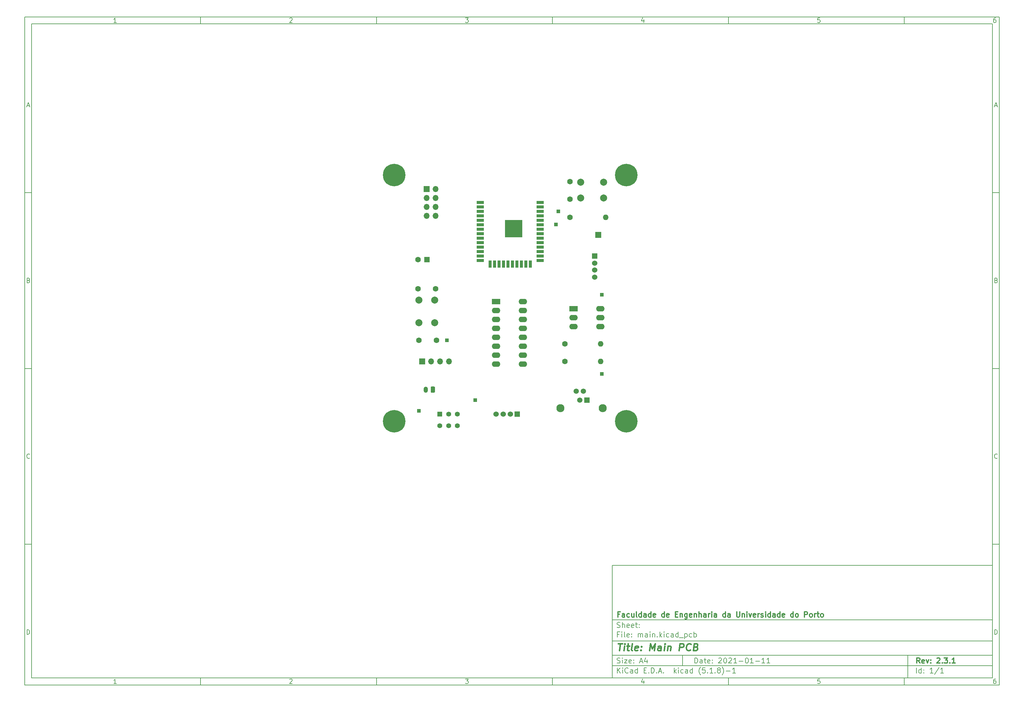
<source format=gbr>
%TF.GenerationSoftware,KiCad,Pcbnew,(5.1.8)-1*%
%TF.CreationDate,2021-01-11T16:48:45+00:00*%
%TF.ProjectId,main,6d61696e-2e6b-4696-9361-645f70636258,2.3.1*%
%TF.SameCoordinates,Original*%
%TF.FileFunction,Soldermask,Bot*%
%TF.FilePolarity,Negative*%
%FSLAX46Y46*%
G04 Gerber Fmt 4.6, Leading zero omitted, Abs format (unit mm)*
G04 Created by KiCad (PCBNEW (5.1.8)-1) date 2021-01-11 16:48:45*
%MOMM*%
%LPD*%
G01*
G04 APERTURE LIST*
%ADD10C,0.100000*%
%ADD11C,0.150000*%
%ADD12C,0.300000*%
%ADD13C,0.400000*%
%ADD14R,2.000000X0.900000*%
%ADD15R,0.900000X2.000000*%
%ADD16R,5.000000X5.000000*%
%ADD17C,1.500000*%
%ADD18C,2.300000*%
%ADD19R,1.500000X1.500000*%
%ADD20C,1.524000*%
%ADD21R,1.524000X1.524000*%
%ADD22C,6.400000*%
%ADD23O,2.400000X1.600000*%
%ADD24R,2.400000X1.600000*%
%ADD25C,2.000000*%
%ADD26O,1.600000X1.600000*%
%ADD27C,1.600000*%
%ADD28R,1.600000X1.600000*%
%ADD29R,1.000000X1.000000*%
%ADD30C,1.400000*%
%ADD31R,1.400000X1.400000*%
%ADD32O,1.700000X1.700000*%
%ADD33R,1.700000X1.700000*%
%ADD34O,1.200000X1.750000*%
G04 APERTURE END LIST*
D10*
D11*
X177002200Y-166007200D02*
X177002200Y-198007200D01*
X285002200Y-198007200D01*
X285002200Y-166007200D01*
X177002200Y-166007200D01*
D10*
D11*
X10000000Y-10000000D02*
X10000000Y-200007200D01*
X287002200Y-200007200D01*
X287002200Y-10000000D01*
X10000000Y-10000000D01*
D10*
D11*
X12000000Y-12000000D02*
X12000000Y-198007200D01*
X285002200Y-198007200D01*
X285002200Y-12000000D01*
X12000000Y-12000000D01*
D10*
D11*
X60000000Y-12000000D02*
X60000000Y-10000000D01*
D10*
D11*
X110000000Y-12000000D02*
X110000000Y-10000000D01*
D10*
D11*
X160000000Y-12000000D02*
X160000000Y-10000000D01*
D10*
D11*
X210000000Y-12000000D02*
X210000000Y-10000000D01*
D10*
D11*
X260000000Y-12000000D02*
X260000000Y-10000000D01*
D10*
D11*
X36065476Y-11588095D02*
X35322619Y-11588095D01*
X35694047Y-11588095D02*
X35694047Y-10288095D01*
X35570238Y-10473809D01*
X35446428Y-10597619D01*
X35322619Y-10659523D01*
D10*
D11*
X85322619Y-10411904D02*
X85384523Y-10350000D01*
X85508333Y-10288095D01*
X85817857Y-10288095D01*
X85941666Y-10350000D01*
X86003571Y-10411904D01*
X86065476Y-10535714D01*
X86065476Y-10659523D01*
X86003571Y-10845238D01*
X85260714Y-11588095D01*
X86065476Y-11588095D01*
D10*
D11*
X135260714Y-10288095D02*
X136065476Y-10288095D01*
X135632142Y-10783333D01*
X135817857Y-10783333D01*
X135941666Y-10845238D01*
X136003571Y-10907142D01*
X136065476Y-11030952D01*
X136065476Y-11340476D01*
X136003571Y-11464285D01*
X135941666Y-11526190D01*
X135817857Y-11588095D01*
X135446428Y-11588095D01*
X135322619Y-11526190D01*
X135260714Y-11464285D01*
D10*
D11*
X185941666Y-10721428D02*
X185941666Y-11588095D01*
X185632142Y-10226190D02*
X185322619Y-11154761D01*
X186127380Y-11154761D01*
D10*
D11*
X236003571Y-10288095D02*
X235384523Y-10288095D01*
X235322619Y-10907142D01*
X235384523Y-10845238D01*
X235508333Y-10783333D01*
X235817857Y-10783333D01*
X235941666Y-10845238D01*
X236003571Y-10907142D01*
X236065476Y-11030952D01*
X236065476Y-11340476D01*
X236003571Y-11464285D01*
X235941666Y-11526190D01*
X235817857Y-11588095D01*
X235508333Y-11588095D01*
X235384523Y-11526190D01*
X235322619Y-11464285D01*
D10*
D11*
X285941666Y-10288095D02*
X285694047Y-10288095D01*
X285570238Y-10350000D01*
X285508333Y-10411904D01*
X285384523Y-10597619D01*
X285322619Y-10845238D01*
X285322619Y-11340476D01*
X285384523Y-11464285D01*
X285446428Y-11526190D01*
X285570238Y-11588095D01*
X285817857Y-11588095D01*
X285941666Y-11526190D01*
X286003571Y-11464285D01*
X286065476Y-11340476D01*
X286065476Y-11030952D01*
X286003571Y-10907142D01*
X285941666Y-10845238D01*
X285817857Y-10783333D01*
X285570238Y-10783333D01*
X285446428Y-10845238D01*
X285384523Y-10907142D01*
X285322619Y-11030952D01*
D10*
D11*
X60000000Y-198007200D02*
X60000000Y-200007200D01*
D10*
D11*
X110000000Y-198007200D02*
X110000000Y-200007200D01*
D10*
D11*
X160000000Y-198007200D02*
X160000000Y-200007200D01*
D10*
D11*
X210000000Y-198007200D02*
X210000000Y-200007200D01*
D10*
D11*
X260000000Y-198007200D02*
X260000000Y-200007200D01*
D10*
D11*
X36065476Y-199595295D02*
X35322619Y-199595295D01*
X35694047Y-199595295D02*
X35694047Y-198295295D01*
X35570238Y-198481009D01*
X35446428Y-198604819D01*
X35322619Y-198666723D01*
D10*
D11*
X85322619Y-198419104D02*
X85384523Y-198357200D01*
X85508333Y-198295295D01*
X85817857Y-198295295D01*
X85941666Y-198357200D01*
X86003571Y-198419104D01*
X86065476Y-198542914D01*
X86065476Y-198666723D01*
X86003571Y-198852438D01*
X85260714Y-199595295D01*
X86065476Y-199595295D01*
D10*
D11*
X135260714Y-198295295D02*
X136065476Y-198295295D01*
X135632142Y-198790533D01*
X135817857Y-198790533D01*
X135941666Y-198852438D01*
X136003571Y-198914342D01*
X136065476Y-199038152D01*
X136065476Y-199347676D01*
X136003571Y-199471485D01*
X135941666Y-199533390D01*
X135817857Y-199595295D01*
X135446428Y-199595295D01*
X135322619Y-199533390D01*
X135260714Y-199471485D01*
D10*
D11*
X185941666Y-198728628D02*
X185941666Y-199595295D01*
X185632142Y-198233390D02*
X185322619Y-199161961D01*
X186127380Y-199161961D01*
D10*
D11*
X236003571Y-198295295D02*
X235384523Y-198295295D01*
X235322619Y-198914342D01*
X235384523Y-198852438D01*
X235508333Y-198790533D01*
X235817857Y-198790533D01*
X235941666Y-198852438D01*
X236003571Y-198914342D01*
X236065476Y-199038152D01*
X236065476Y-199347676D01*
X236003571Y-199471485D01*
X235941666Y-199533390D01*
X235817857Y-199595295D01*
X235508333Y-199595295D01*
X235384523Y-199533390D01*
X235322619Y-199471485D01*
D10*
D11*
X285941666Y-198295295D02*
X285694047Y-198295295D01*
X285570238Y-198357200D01*
X285508333Y-198419104D01*
X285384523Y-198604819D01*
X285322619Y-198852438D01*
X285322619Y-199347676D01*
X285384523Y-199471485D01*
X285446428Y-199533390D01*
X285570238Y-199595295D01*
X285817857Y-199595295D01*
X285941666Y-199533390D01*
X286003571Y-199471485D01*
X286065476Y-199347676D01*
X286065476Y-199038152D01*
X286003571Y-198914342D01*
X285941666Y-198852438D01*
X285817857Y-198790533D01*
X285570238Y-198790533D01*
X285446428Y-198852438D01*
X285384523Y-198914342D01*
X285322619Y-199038152D01*
D10*
D11*
X10000000Y-60000000D02*
X12000000Y-60000000D01*
D10*
D11*
X10000000Y-110000000D02*
X12000000Y-110000000D01*
D10*
D11*
X10000000Y-160000000D02*
X12000000Y-160000000D01*
D10*
D11*
X10690476Y-35216666D02*
X11309523Y-35216666D01*
X10566666Y-35588095D02*
X11000000Y-34288095D01*
X11433333Y-35588095D01*
D10*
D11*
X11092857Y-84907142D02*
X11278571Y-84969047D01*
X11340476Y-85030952D01*
X11402380Y-85154761D01*
X11402380Y-85340476D01*
X11340476Y-85464285D01*
X11278571Y-85526190D01*
X11154761Y-85588095D01*
X10659523Y-85588095D01*
X10659523Y-84288095D01*
X11092857Y-84288095D01*
X11216666Y-84350000D01*
X11278571Y-84411904D01*
X11340476Y-84535714D01*
X11340476Y-84659523D01*
X11278571Y-84783333D01*
X11216666Y-84845238D01*
X11092857Y-84907142D01*
X10659523Y-84907142D01*
D10*
D11*
X11402380Y-135464285D02*
X11340476Y-135526190D01*
X11154761Y-135588095D01*
X11030952Y-135588095D01*
X10845238Y-135526190D01*
X10721428Y-135402380D01*
X10659523Y-135278571D01*
X10597619Y-135030952D01*
X10597619Y-134845238D01*
X10659523Y-134597619D01*
X10721428Y-134473809D01*
X10845238Y-134350000D01*
X11030952Y-134288095D01*
X11154761Y-134288095D01*
X11340476Y-134350000D01*
X11402380Y-134411904D01*
D10*
D11*
X10659523Y-185588095D02*
X10659523Y-184288095D01*
X10969047Y-184288095D01*
X11154761Y-184350000D01*
X11278571Y-184473809D01*
X11340476Y-184597619D01*
X11402380Y-184845238D01*
X11402380Y-185030952D01*
X11340476Y-185278571D01*
X11278571Y-185402380D01*
X11154761Y-185526190D01*
X10969047Y-185588095D01*
X10659523Y-185588095D01*
D10*
D11*
X287002200Y-60000000D02*
X285002200Y-60000000D01*
D10*
D11*
X287002200Y-110000000D02*
X285002200Y-110000000D01*
D10*
D11*
X287002200Y-160000000D02*
X285002200Y-160000000D01*
D10*
D11*
X285692676Y-35216666D02*
X286311723Y-35216666D01*
X285568866Y-35588095D02*
X286002200Y-34288095D01*
X286435533Y-35588095D01*
D10*
D11*
X286095057Y-84907142D02*
X286280771Y-84969047D01*
X286342676Y-85030952D01*
X286404580Y-85154761D01*
X286404580Y-85340476D01*
X286342676Y-85464285D01*
X286280771Y-85526190D01*
X286156961Y-85588095D01*
X285661723Y-85588095D01*
X285661723Y-84288095D01*
X286095057Y-84288095D01*
X286218866Y-84350000D01*
X286280771Y-84411904D01*
X286342676Y-84535714D01*
X286342676Y-84659523D01*
X286280771Y-84783333D01*
X286218866Y-84845238D01*
X286095057Y-84907142D01*
X285661723Y-84907142D01*
D10*
D11*
X286404580Y-135464285D02*
X286342676Y-135526190D01*
X286156961Y-135588095D01*
X286033152Y-135588095D01*
X285847438Y-135526190D01*
X285723628Y-135402380D01*
X285661723Y-135278571D01*
X285599819Y-135030952D01*
X285599819Y-134845238D01*
X285661723Y-134597619D01*
X285723628Y-134473809D01*
X285847438Y-134350000D01*
X286033152Y-134288095D01*
X286156961Y-134288095D01*
X286342676Y-134350000D01*
X286404580Y-134411904D01*
D10*
D11*
X285661723Y-185588095D02*
X285661723Y-184288095D01*
X285971247Y-184288095D01*
X286156961Y-184350000D01*
X286280771Y-184473809D01*
X286342676Y-184597619D01*
X286404580Y-184845238D01*
X286404580Y-185030952D01*
X286342676Y-185278571D01*
X286280771Y-185402380D01*
X286156961Y-185526190D01*
X285971247Y-185588095D01*
X285661723Y-185588095D01*
D10*
D11*
X200434342Y-193785771D02*
X200434342Y-192285771D01*
X200791485Y-192285771D01*
X201005771Y-192357200D01*
X201148628Y-192500057D01*
X201220057Y-192642914D01*
X201291485Y-192928628D01*
X201291485Y-193142914D01*
X201220057Y-193428628D01*
X201148628Y-193571485D01*
X201005771Y-193714342D01*
X200791485Y-193785771D01*
X200434342Y-193785771D01*
X202577200Y-193785771D02*
X202577200Y-193000057D01*
X202505771Y-192857200D01*
X202362914Y-192785771D01*
X202077200Y-192785771D01*
X201934342Y-192857200D01*
X202577200Y-193714342D02*
X202434342Y-193785771D01*
X202077200Y-193785771D01*
X201934342Y-193714342D01*
X201862914Y-193571485D01*
X201862914Y-193428628D01*
X201934342Y-193285771D01*
X202077200Y-193214342D01*
X202434342Y-193214342D01*
X202577200Y-193142914D01*
X203077200Y-192785771D02*
X203648628Y-192785771D01*
X203291485Y-192285771D02*
X203291485Y-193571485D01*
X203362914Y-193714342D01*
X203505771Y-193785771D01*
X203648628Y-193785771D01*
X204720057Y-193714342D02*
X204577200Y-193785771D01*
X204291485Y-193785771D01*
X204148628Y-193714342D01*
X204077200Y-193571485D01*
X204077200Y-193000057D01*
X204148628Y-192857200D01*
X204291485Y-192785771D01*
X204577200Y-192785771D01*
X204720057Y-192857200D01*
X204791485Y-193000057D01*
X204791485Y-193142914D01*
X204077200Y-193285771D01*
X205434342Y-193642914D02*
X205505771Y-193714342D01*
X205434342Y-193785771D01*
X205362914Y-193714342D01*
X205434342Y-193642914D01*
X205434342Y-193785771D01*
X205434342Y-192857200D02*
X205505771Y-192928628D01*
X205434342Y-193000057D01*
X205362914Y-192928628D01*
X205434342Y-192857200D01*
X205434342Y-193000057D01*
X207220057Y-192428628D02*
X207291485Y-192357200D01*
X207434342Y-192285771D01*
X207791485Y-192285771D01*
X207934342Y-192357200D01*
X208005771Y-192428628D01*
X208077200Y-192571485D01*
X208077200Y-192714342D01*
X208005771Y-192928628D01*
X207148628Y-193785771D01*
X208077200Y-193785771D01*
X209005771Y-192285771D02*
X209148628Y-192285771D01*
X209291485Y-192357200D01*
X209362914Y-192428628D01*
X209434342Y-192571485D01*
X209505771Y-192857200D01*
X209505771Y-193214342D01*
X209434342Y-193500057D01*
X209362914Y-193642914D01*
X209291485Y-193714342D01*
X209148628Y-193785771D01*
X209005771Y-193785771D01*
X208862914Y-193714342D01*
X208791485Y-193642914D01*
X208720057Y-193500057D01*
X208648628Y-193214342D01*
X208648628Y-192857200D01*
X208720057Y-192571485D01*
X208791485Y-192428628D01*
X208862914Y-192357200D01*
X209005771Y-192285771D01*
X210077200Y-192428628D02*
X210148628Y-192357200D01*
X210291485Y-192285771D01*
X210648628Y-192285771D01*
X210791485Y-192357200D01*
X210862914Y-192428628D01*
X210934342Y-192571485D01*
X210934342Y-192714342D01*
X210862914Y-192928628D01*
X210005771Y-193785771D01*
X210934342Y-193785771D01*
X212362914Y-193785771D02*
X211505771Y-193785771D01*
X211934342Y-193785771D02*
X211934342Y-192285771D01*
X211791485Y-192500057D01*
X211648628Y-192642914D01*
X211505771Y-192714342D01*
X213005771Y-193214342D02*
X214148628Y-193214342D01*
X215148628Y-192285771D02*
X215291485Y-192285771D01*
X215434342Y-192357200D01*
X215505771Y-192428628D01*
X215577200Y-192571485D01*
X215648628Y-192857200D01*
X215648628Y-193214342D01*
X215577200Y-193500057D01*
X215505771Y-193642914D01*
X215434342Y-193714342D01*
X215291485Y-193785771D01*
X215148628Y-193785771D01*
X215005771Y-193714342D01*
X214934342Y-193642914D01*
X214862914Y-193500057D01*
X214791485Y-193214342D01*
X214791485Y-192857200D01*
X214862914Y-192571485D01*
X214934342Y-192428628D01*
X215005771Y-192357200D01*
X215148628Y-192285771D01*
X217077200Y-193785771D02*
X216220057Y-193785771D01*
X216648628Y-193785771D02*
X216648628Y-192285771D01*
X216505771Y-192500057D01*
X216362914Y-192642914D01*
X216220057Y-192714342D01*
X217720057Y-193214342D02*
X218862914Y-193214342D01*
X220362914Y-193785771D02*
X219505771Y-193785771D01*
X219934342Y-193785771D02*
X219934342Y-192285771D01*
X219791485Y-192500057D01*
X219648628Y-192642914D01*
X219505771Y-192714342D01*
X221791485Y-193785771D02*
X220934342Y-193785771D01*
X221362914Y-193785771D02*
X221362914Y-192285771D01*
X221220057Y-192500057D01*
X221077200Y-192642914D01*
X220934342Y-192714342D01*
D10*
D11*
X177002200Y-194507200D02*
X285002200Y-194507200D01*
D10*
D11*
X178434342Y-196585771D02*
X178434342Y-195085771D01*
X179291485Y-196585771D02*
X178648628Y-195728628D01*
X179291485Y-195085771D02*
X178434342Y-195942914D01*
X179934342Y-196585771D02*
X179934342Y-195585771D01*
X179934342Y-195085771D02*
X179862914Y-195157200D01*
X179934342Y-195228628D01*
X180005771Y-195157200D01*
X179934342Y-195085771D01*
X179934342Y-195228628D01*
X181505771Y-196442914D02*
X181434342Y-196514342D01*
X181220057Y-196585771D01*
X181077200Y-196585771D01*
X180862914Y-196514342D01*
X180720057Y-196371485D01*
X180648628Y-196228628D01*
X180577200Y-195942914D01*
X180577200Y-195728628D01*
X180648628Y-195442914D01*
X180720057Y-195300057D01*
X180862914Y-195157200D01*
X181077200Y-195085771D01*
X181220057Y-195085771D01*
X181434342Y-195157200D01*
X181505771Y-195228628D01*
X182791485Y-196585771D02*
X182791485Y-195800057D01*
X182720057Y-195657200D01*
X182577200Y-195585771D01*
X182291485Y-195585771D01*
X182148628Y-195657200D01*
X182791485Y-196514342D02*
X182648628Y-196585771D01*
X182291485Y-196585771D01*
X182148628Y-196514342D01*
X182077200Y-196371485D01*
X182077200Y-196228628D01*
X182148628Y-196085771D01*
X182291485Y-196014342D01*
X182648628Y-196014342D01*
X182791485Y-195942914D01*
X184148628Y-196585771D02*
X184148628Y-195085771D01*
X184148628Y-196514342D02*
X184005771Y-196585771D01*
X183720057Y-196585771D01*
X183577200Y-196514342D01*
X183505771Y-196442914D01*
X183434342Y-196300057D01*
X183434342Y-195871485D01*
X183505771Y-195728628D01*
X183577200Y-195657200D01*
X183720057Y-195585771D01*
X184005771Y-195585771D01*
X184148628Y-195657200D01*
X186005771Y-195800057D02*
X186505771Y-195800057D01*
X186720057Y-196585771D02*
X186005771Y-196585771D01*
X186005771Y-195085771D01*
X186720057Y-195085771D01*
X187362914Y-196442914D02*
X187434342Y-196514342D01*
X187362914Y-196585771D01*
X187291485Y-196514342D01*
X187362914Y-196442914D01*
X187362914Y-196585771D01*
X188077200Y-196585771D02*
X188077200Y-195085771D01*
X188434342Y-195085771D01*
X188648628Y-195157200D01*
X188791485Y-195300057D01*
X188862914Y-195442914D01*
X188934342Y-195728628D01*
X188934342Y-195942914D01*
X188862914Y-196228628D01*
X188791485Y-196371485D01*
X188648628Y-196514342D01*
X188434342Y-196585771D01*
X188077200Y-196585771D01*
X189577200Y-196442914D02*
X189648628Y-196514342D01*
X189577200Y-196585771D01*
X189505771Y-196514342D01*
X189577200Y-196442914D01*
X189577200Y-196585771D01*
X190220057Y-196157200D02*
X190934342Y-196157200D01*
X190077200Y-196585771D02*
X190577200Y-195085771D01*
X191077200Y-196585771D01*
X191577200Y-196442914D02*
X191648628Y-196514342D01*
X191577200Y-196585771D01*
X191505771Y-196514342D01*
X191577200Y-196442914D01*
X191577200Y-196585771D01*
X194577200Y-196585771D02*
X194577200Y-195085771D01*
X194720057Y-196014342D02*
X195148628Y-196585771D01*
X195148628Y-195585771D02*
X194577200Y-196157200D01*
X195791485Y-196585771D02*
X195791485Y-195585771D01*
X195791485Y-195085771D02*
X195720057Y-195157200D01*
X195791485Y-195228628D01*
X195862914Y-195157200D01*
X195791485Y-195085771D01*
X195791485Y-195228628D01*
X197148628Y-196514342D02*
X197005771Y-196585771D01*
X196720057Y-196585771D01*
X196577200Y-196514342D01*
X196505771Y-196442914D01*
X196434342Y-196300057D01*
X196434342Y-195871485D01*
X196505771Y-195728628D01*
X196577200Y-195657200D01*
X196720057Y-195585771D01*
X197005771Y-195585771D01*
X197148628Y-195657200D01*
X198434342Y-196585771D02*
X198434342Y-195800057D01*
X198362914Y-195657200D01*
X198220057Y-195585771D01*
X197934342Y-195585771D01*
X197791485Y-195657200D01*
X198434342Y-196514342D02*
X198291485Y-196585771D01*
X197934342Y-196585771D01*
X197791485Y-196514342D01*
X197720057Y-196371485D01*
X197720057Y-196228628D01*
X197791485Y-196085771D01*
X197934342Y-196014342D01*
X198291485Y-196014342D01*
X198434342Y-195942914D01*
X199791485Y-196585771D02*
X199791485Y-195085771D01*
X199791485Y-196514342D02*
X199648628Y-196585771D01*
X199362914Y-196585771D01*
X199220057Y-196514342D01*
X199148628Y-196442914D01*
X199077200Y-196300057D01*
X199077200Y-195871485D01*
X199148628Y-195728628D01*
X199220057Y-195657200D01*
X199362914Y-195585771D01*
X199648628Y-195585771D01*
X199791485Y-195657200D01*
X202077200Y-197157200D02*
X202005771Y-197085771D01*
X201862914Y-196871485D01*
X201791485Y-196728628D01*
X201720057Y-196514342D01*
X201648628Y-196157200D01*
X201648628Y-195871485D01*
X201720057Y-195514342D01*
X201791485Y-195300057D01*
X201862914Y-195157200D01*
X202005771Y-194942914D01*
X202077200Y-194871485D01*
X203362914Y-195085771D02*
X202648628Y-195085771D01*
X202577200Y-195800057D01*
X202648628Y-195728628D01*
X202791485Y-195657200D01*
X203148628Y-195657200D01*
X203291485Y-195728628D01*
X203362914Y-195800057D01*
X203434342Y-195942914D01*
X203434342Y-196300057D01*
X203362914Y-196442914D01*
X203291485Y-196514342D01*
X203148628Y-196585771D01*
X202791485Y-196585771D01*
X202648628Y-196514342D01*
X202577200Y-196442914D01*
X204077200Y-196442914D02*
X204148628Y-196514342D01*
X204077200Y-196585771D01*
X204005771Y-196514342D01*
X204077200Y-196442914D01*
X204077200Y-196585771D01*
X205577200Y-196585771D02*
X204720057Y-196585771D01*
X205148628Y-196585771D02*
X205148628Y-195085771D01*
X205005771Y-195300057D01*
X204862914Y-195442914D01*
X204720057Y-195514342D01*
X206220057Y-196442914D02*
X206291485Y-196514342D01*
X206220057Y-196585771D01*
X206148628Y-196514342D01*
X206220057Y-196442914D01*
X206220057Y-196585771D01*
X207148628Y-195728628D02*
X207005771Y-195657200D01*
X206934342Y-195585771D01*
X206862914Y-195442914D01*
X206862914Y-195371485D01*
X206934342Y-195228628D01*
X207005771Y-195157200D01*
X207148628Y-195085771D01*
X207434342Y-195085771D01*
X207577200Y-195157200D01*
X207648628Y-195228628D01*
X207720057Y-195371485D01*
X207720057Y-195442914D01*
X207648628Y-195585771D01*
X207577200Y-195657200D01*
X207434342Y-195728628D01*
X207148628Y-195728628D01*
X207005771Y-195800057D01*
X206934342Y-195871485D01*
X206862914Y-196014342D01*
X206862914Y-196300057D01*
X206934342Y-196442914D01*
X207005771Y-196514342D01*
X207148628Y-196585771D01*
X207434342Y-196585771D01*
X207577200Y-196514342D01*
X207648628Y-196442914D01*
X207720057Y-196300057D01*
X207720057Y-196014342D01*
X207648628Y-195871485D01*
X207577200Y-195800057D01*
X207434342Y-195728628D01*
X208220057Y-197157200D02*
X208291485Y-197085771D01*
X208434342Y-196871485D01*
X208505771Y-196728628D01*
X208577200Y-196514342D01*
X208648628Y-196157200D01*
X208648628Y-195871485D01*
X208577200Y-195514342D01*
X208505771Y-195300057D01*
X208434342Y-195157200D01*
X208291485Y-194942914D01*
X208220057Y-194871485D01*
X209362914Y-196014342D02*
X210505771Y-196014342D01*
X212005771Y-196585771D02*
X211148628Y-196585771D01*
X211577200Y-196585771D02*
X211577200Y-195085771D01*
X211434342Y-195300057D01*
X211291485Y-195442914D01*
X211148628Y-195514342D01*
D10*
D11*
X177002200Y-191507200D02*
X285002200Y-191507200D01*
D10*
D12*
X264411485Y-193785771D02*
X263911485Y-193071485D01*
X263554342Y-193785771D02*
X263554342Y-192285771D01*
X264125771Y-192285771D01*
X264268628Y-192357200D01*
X264340057Y-192428628D01*
X264411485Y-192571485D01*
X264411485Y-192785771D01*
X264340057Y-192928628D01*
X264268628Y-193000057D01*
X264125771Y-193071485D01*
X263554342Y-193071485D01*
X265625771Y-193714342D02*
X265482914Y-193785771D01*
X265197200Y-193785771D01*
X265054342Y-193714342D01*
X264982914Y-193571485D01*
X264982914Y-193000057D01*
X265054342Y-192857200D01*
X265197200Y-192785771D01*
X265482914Y-192785771D01*
X265625771Y-192857200D01*
X265697200Y-193000057D01*
X265697200Y-193142914D01*
X264982914Y-193285771D01*
X266197200Y-192785771D02*
X266554342Y-193785771D01*
X266911485Y-192785771D01*
X267482914Y-193642914D02*
X267554342Y-193714342D01*
X267482914Y-193785771D01*
X267411485Y-193714342D01*
X267482914Y-193642914D01*
X267482914Y-193785771D01*
X267482914Y-192857200D02*
X267554342Y-192928628D01*
X267482914Y-193000057D01*
X267411485Y-192928628D01*
X267482914Y-192857200D01*
X267482914Y-193000057D01*
X269268628Y-192428628D02*
X269340057Y-192357200D01*
X269482914Y-192285771D01*
X269840057Y-192285771D01*
X269982914Y-192357200D01*
X270054342Y-192428628D01*
X270125771Y-192571485D01*
X270125771Y-192714342D01*
X270054342Y-192928628D01*
X269197200Y-193785771D01*
X270125771Y-193785771D01*
X270768628Y-193642914D02*
X270840057Y-193714342D01*
X270768628Y-193785771D01*
X270697200Y-193714342D01*
X270768628Y-193642914D01*
X270768628Y-193785771D01*
X271340057Y-192285771D02*
X272268628Y-192285771D01*
X271768628Y-192857200D01*
X271982914Y-192857200D01*
X272125771Y-192928628D01*
X272197200Y-193000057D01*
X272268628Y-193142914D01*
X272268628Y-193500057D01*
X272197200Y-193642914D01*
X272125771Y-193714342D01*
X271982914Y-193785771D01*
X271554342Y-193785771D01*
X271411485Y-193714342D01*
X271340057Y-193642914D01*
X272911485Y-193642914D02*
X272982914Y-193714342D01*
X272911485Y-193785771D01*
X272840057Y-193714342D01*
X272911485Y-193642914D01*
X272911485Y-193785771D01*
X274411485Y-193785771D02*
X273554342Y-193785771D01*
X273982914Y-193785771D02*
X273982914Y-192285771D01*
X273840057Y-192500057D01*
X273697200Y-192642914D01*
X273554342Y-192714342D01*
D10*
D11*
X178362914Y-193714342D02*
X178577200Y-193785771D01*
X178934342Y-193785771D01*
X179077200Y-193714342D01*
X179148628Y-193642914D01*
X179220057Y-193500057D01*
X179220057Y-193357200D01*
X179148628Y-193214342D01*
X179077200Y-193142914D01*
X178934342Y-193071485D01*
X178648628Y-193000057D01*
X178505771Y-192928628D01*
X178434342Y-192857200D01*
X178362914Y-192714342D01*
X178362914Y-192571485D01*
X178434342Y-192428628D01*
X178505771Y-192357200D01*
X178648628Y-192285771D01*
X179005771Y-192285771D01*
X179220057Y-192357200D01*
X179862914Y-193785771D02*
X179862914Y-192785771D01*
X179862914Y-192285771D02*
X179791485Y-192357200D01*
X179862914Y-192428628D01*
X179934342Y-192357200D01*
X179862914Y-192285771D01*
X179862914Y-192428628D01*
X180434342Y-192785771D02*
X181220057Y-192785771D01*
X180434342Y-193785771D01*
X181220057Y-193785771D01*
X182362914Y-193714342D02*
X182220057Y-193785771D01*
X181934342Y-193785771D01*
X181791485Y-193714342D01*
X181720057Y-193571485D01*
X181720057Y-193000057D01*
X181791485Y-192857200D01*
X181934342Y-192785771D01*
X182220057Y-192785771D01*
X182362914Y-192857200D01*
X182434342Y-193000057D01*
X182434342Y-193142914D01*
X181720057Y-193285771D01*
X183077200Y-193642914D02*
X183148628Y-193714342D01*
X183077200Y-193785771D01*
X183005771Y-193714342D01*
X183077200Y-193642914D01*
X183077200Y-193785771D01*
X183077200Y-192857200D02*
X183148628Y-192928628D01*
X183077200Y-193000057D01*
X183005771Y-192928628D01*
X183077200Y-192857200D01*
X183077200Y-193000057D01*
X184862914Y-193357200D02*
X185577200Y-193357200D01*
X184720057Y-193785771D02*
X185220057Y-192285771D01*
X185720057Y-193785771D01*
X186862914Y-192785771D02*
X186862914Y-193785771D01*
X186505771Y-192214342D02*
X186148628Y-193285771D01*
X187077200Y-193285771D01*
D10*
D11*
X263434342Y-196585771D02*
X263434342Y-195085771D01*
X264791485Y-196585771D02*
X264791485Y-195085771D01*
X264791485Y-196514342D02*
X264648628Y-196585771D01*
X264362914Y-196585771D01*
X264220057Y-196514342D01*
X264148628Y-196442914D01*
X264077200Y-196300057D01*
X264077200Y-195871485D01*
X264148628Y-195728628D01*
X264220057Y-195657200D01*
X264362914Y-195585771D01*
X264648628Y-195585771D01*
X264791485Y-195657200D01*
X265505771Y-196442914D02*
X265577200Y-196514342D01*
X265505771Y-196585771D01*
X265434342Y-196514342D01*
X265505771Y-196442914D01*
X265505771Y-196585771D01*
X265505771Y-195657200D02*
X265577200Y-195728628D01*
X265505771Y-195800057D01*
X265434342Y-195728628D01*
X265505771Y-195657200D01*
X265505771Y-195800057D01*
X268148628Y-196585771D02*
X267291485Y-196585771D01*
X267720057Y-196585771D02*
X267720057Y-195085771D01*
X267577200Y-195300057D01*
X267434342Y-195442914D01*
X267291485Y-195514342D01*
X269862914Y-195014342D02*
X268577200Y-196942914D01*
X271148628Y-196585771D02*
X270291485Y-196585771D01*
X270720057Y-196585771D02*
X270720057Y-195085771D01*
X270577200Y-195300057D01*
X270434342Y-195442914D01*
X270291485Y-195514342D01*
D10*
D11*
X177002200Y-187507200D02*
X285002200Y-187507200D01*
D10*
D13*
X178714580Y-188211961D02*
X179857438Y-188211961D01*
X179036009Y-190211961D02*
X179286009Y-188211961D01*
X180274104Y-190211961D02*
X180440771Y-188878628D01*
X180524104Y-188211961D02*
X180416961Y-188307200D01*
X180500295Y-188402438D01*
X180607438Y-188307200D01*
X180524104Y-188211961D01*
X180500295Y-188402438D01*
X181107438Y-188878628D02*
X181869342Y-188878628D01*
X181476485Y-188211961D02*
X181262200Y-189926247D01*
X181333628Y-190116723D01*
X181512200Y-190211961D01*
X181702676Y-190211961D01*
X182655057Y-190211961D02*
X182476485Y-190116723D01*
X182405057Y-189926247D01*
X182619342Y-188211961D01*
X184190771Y-190116723D02*
X183988390Y-190211961D01*
X183607438Y-190211961D01*
X183428866Y-190116723D01*
X183357438Y-189926247D01*
X183452676Y-189164342D01*
X183571723Y-188973866D01*
X183774104Y-188878628D01*
X184155057Y-188878628D01*
X184333628Y-188973866D01*
X184405057Y-189164342D01*
X184381247Y-189354819D01*
X183405057Y-189545295D01*
X185155057Y-190021485D02*
X185238390Y-190116723D01*
X185131247Y-190211961D01*
X185047914Y-190116723D01*
X185155057Y-190021485D01*
X185131247Y-190211961D01*
X185286009Y-188973866D02*
X185369342Y-189069104D01*
X185262200Y-189164342D01*
X185178866Y-189069104D01*
X185286009Y-188973866D01*
X185262200Y-189164342D01*
X187607438Y-190211961D02*
X187857438Y-188211961D01*
X188345533Y-189640533D01*
X189190771Y-188211961D01*
X188940771Y-190211961D01*
X190750295Y-190211961D02*
X190881247Y-189164342D01*
X190809819Y-188973866D01*
X190631247Y-188878628D01*
X190250295Y-188878628D01*
X190047914Y-188973866D01*
X190762200Y-190116723D02*
X190559819Y-190211961D01*
X190083628Y-190211961D01*
X189905057Y-190116723D01*
X189833628Y-189926247D01*
X189857438Y-189735771D01*
X189976485Y-189545295D01*
X190178866Y-189450057D01*
X190655057Y-189450057D01*
X190857438Y-189354819D01*
X191702676Y-190211961D02*
X191869342Y-188878628D01*
X191952676Y-188211961D02*
X191845533Y-188307200D01*
X191928866Y-188402438D01*
X192036009Y-188307200D01*
X191952676Y-188211961D01*
X191928866Y-188402438D01*
X192821723Y-188878628D02*
X192655057Y-190211961D01*
X192797914Y-189069104D02*
X192905057Y-188973866D01*
X193107438Y-188878628D01*
X193393152Y-188878628D01*
X193571723Y-188973866D01*
X193643152Y-189164342D01*
X193512200Y-190211961D01*
X195988390Y-190211961D02*
X196238390Y-188211961D01*
X197000295Y-188211961D01*
X197178866Y-188307200D01*
X197262200Y-188402438D01*
X197333628Y-188592914D01*
X197297914Y-188878628D01*
X197178866Y-189069104D01*
X197071723Y-189164342D01*
X196869342Y-189259580D01*
X196107438Y-189259580D01*
X199155057Y-190021485D02*
X199047914Y-190116723D01*
X198750295Y-190211961D01*
X198559819Y-190211961D01*
X198286009Y-190116723D01*
X198119342Y-189926247D01*
X198047914Y-189735771D01*
X198000295Y-189354819D01*
X198036009Y-189069104D01*
X198178866Y-188688152D01*
X198297914Y-188497676D01*
X198512200Y-188307200D01*
X198809819Y-188211961D01*
X199000295Y-188211961D01*
X199274104Y-188307200D01*
X199357438Y-188402438D01*
X200786009Y-189164342D02*
X201059819Y-189259580D01*
X201143152Y-189354819D01*
X201214580Y-189545295D01*
X201178866Y-189831009D01*
X201059819Y-190021485D01*
X200952676Y-190116723D01*
X200750295Y-190211961D01*
X199988390Y-190211961D01*
X200238390Y-188211961D01*
X200905057Y-188211961D01*
X201083628Y-188307200D01*
X201166961Y-188402438D01*
X201238390Y-188592914D01*
X201214580Y-188783390D01*
X201095533Y-188973866D01*
X200988390Y-189069104D01*
X200786009Y-189164342D01*
X200119342Y-189164342D01*
D10*
D11*
X178934342Y-185600057D02*
X178434342Y-185600057D01*
X178434342Y-186385771D02*
X178434342Y-184885771D01*
X179148628Y-184885771D01*
X179720057Y-186385771D02*
X179720057Y-185385771D01*
X179720057Y-184885771D02*
X179648628Y-184957200D01*
X179720057Y-185028628D01*
X179791485Y-184957200D01*
X179720057Y-184885771D01*
X179720057Y-185028628D01*
X180648628Y-186385771D02*
X180505771Y-186314342D01*
X180434342Y-186171485D01*
X180434342Y-184885771D01*
X181791485Y-186314342D02*
X181648628Y-186385771D01*
X181362914Y-186385771D01*
X181220057Y-186314342D01*
X181148628Y-186171485D01*
X181148628Y-185600057D01*
X181220057Y-185457200D01*
X181362914Y-185385771D01*
X181648628Y-185385771D01*
X181791485Y-185457200D01*
X181862914Y-185600057D01*
X181862914Y-185742914D01*
X181148628Y-185885771D01*
X182505771Y-186242914D02*
X182577200Y-186314342D01*
X182505771Y-186385771D01*
X182434342Y-186314342D01*
X182505771Y-186242914D01*
X182505771Y-186385771D01*
X182505771Y-185457200D02*
X182577200Y-185528628D01*
X182505771Y-185600057D01*
X182434342Y-185528628D01*
X182505771Y-185457200D01*
X182505771Y-185600057D01*
X184362914Y-186385771D02*
X184362914Y-185385771D01*
X184362914Y-185528628D02*
X184434342Y-185457200D01*
X184577200Y-185385771D01*
X184791485Y-185385771D01*
X184934342Y-185457200D01*
X185005771Y-185600057D01*
X185005771Y-186385771D01*
X185005771Y-185600057D02*
X185077200Y-185457200D01*
X185220057Y-185385771D01*
X185434342Y-185385771D01*
X185577200Y-185457200D01*
X185648628Y-185600057D01*
X185648628Y-186385771D01*
X187005771Y-186385771D02*
X187005771Y-185600057D01*
X186934342Y-185457200D01*
X186791485Y-185385771D01*
X186505771Y-185385771D01*
X186362914Y-185457200D01*
X187005771Y-186314342D02*
X186862914Y-186385771D01*
X186505771Y-186385771D01*
X186362914Y-186314342D01*
X186291485Y-186171485D01*
X186291485Y-186028628D01*
X186362914Y-185885771D01*
X186505771Y-185814342D01*
X186862914Y-185814342D01*
X187005771Y-185742914D01*
X187720057Y-186385771D02*
X187720057Y-185385771D01*
X187720057Y-184885771D02*
X187648628Y-184957200D01*
X187720057Y-185028628D01*
X187791485Y-184957200D01*
X187720057Y-184885771D01*
X187720057Y-185028628D01*
X188434342Y-185385771D02*
X188434342Y-186385771D01*
X188434342Y-185528628D02*
X188505771Y-185457200D01*
X188648628Y-185385771D01*
X188862914Y-185385771D01*
X189005771Y-185457200D01*
X189077200Y-185600057D01*
X189077200Y-186385771D01*
X189791485Y-186242914D02*
X189862914Y-186314342D01*
X189791485Y-186385771D01*
X189720057Y-186314342D01*
X189791485Y-186242914D01*
X189791485Y-186385771D01*
X190505771Y-186385771D02*
X190505771Y-184885771D01*
X190648628Y-185814342D02*
X191077200Y-186385771D01*
X191077200Y-185385771D02*
X190505771Y-185957200D01*
X191720057Y-186385771D02*
X191720057Y-185385771D01*
X191720057Y-184885771D02*
X191648628Y-184957200D01*
X191720057Y-185028628D01*
X191791485Y-184957200D01*
X191720057Y-184885771D01*
X191720057Y-185028628D01*
X193077200Y-186314342D02*
X192934342Y-186385771D01*
X192648628Y-186385771D01*
X192505771Y-186314342D01*
X192434342Y-186242914D01*
X192362914Y-186100057D01*
X192362914Y-185671485D01*
X192434342Y-185528628D01*
X192505771Y-185457200D01*
X192648628Y-185385771D01*
X192934342Y-185385771D01*
X193077200Y-185457200D01*
X194362914Y-186385771D02*
X194362914Y-185600057D01*
X194291485Y-185457200D01*
X194148628Y-185385771D01*
X193862914Y-185385771D01*
X193720057Y-185457200D01*
X194362914Y-186314342D02*
X194220057Y-186385771D01*
X193862914Y-186385771D01*
X193720057Y-186314342D01*
X193648628Y-186171485D01*
X193648628Y-186028628D01*
X193720057Y-185885771D01*
X193862914Y-185814342D01*
X194220057Y-185814342D01*
X194362914Y-185742914D01*
X195720057Y-186385771D02*
X195720057Y-184885771D01*
X195720057Y-186314342D02*
X195577200Y-186385771D01*
X195291485Y-186385771D01*
X195148628Y-186314342D01*
X195077200Y-186242914D01*
X195005771Y-186100057D01*
X195005771Y-185671485D01*
X195077200Y-185528628D01*
X195148628Y-185457200D01*
X195291485Y-185385771D01*
X195577200Y-185385771D01*
X195720057Y-185457200D01*
X196077200Y-186528628D02*
X197220057Y-186528628D01*
X197577200Y-185385771D02*
X197577200Y-186885771D01*
X197577200Y-185457200D02*
X197720057Y-185385771D01*
X198005771Y-185385771D01*
X198148628Y-185457200D01*
X198220057Y-185528628D01*
X198291485Y-185671485D01*
X198291485Y-186100057D01*
X198220057Y-186242914D01*
X198148628Y-186314342D01*
X198005771Y-186385771D01*
X197720057Y-186385771D01*
X197577200Y-186314342D01*
X199577200Y-186314342D02*
X199434342Y-186385771D01*
X199148628Y-186385771D01*
X199005771Y-186314342D01*
X198934342Y-186242914D01*
X198862914Y-186100057D01*
X198862914Y-185671485D01*
X198934342Y-185528628D01*
X199005771Y-185457200D01*
X199148628Y-185385771D01*
X199434342Y-185385771D01*
X199577200Y-185457200D01*
X200220057Y-186385771D02*
X200220057Y-184885771D01*
X200220057Y-185457200D02*
X200362914Y-185385771D01*
X200648628Y-185385771D01*
X200791485Y-185457200D01*
X200862914Y-185528628D01*
X200934342Y-185671485D01*
X200934342Y-186100057D01*
X200862914Y-186242914D01*
X200791485Y-186314342D01*
X200648628Y-186385771D01*
X200362914Y-186385771D01*
X200220057Y-186314342D01*
D10*
D11*
X177002200Y-181507200D02*
X285002200Y-181507200D01*
D10*
D11*
X178362914Y-183614342D02*
X178577200Y-183685771D01*
X178934342Y-183685771D01*
X179077200Y-183614342D01*
X179148628Y-183542914D01*
X179220057Y-183400057D01*
X179220057Y-183257200D01*
X179148628Y-183114342D01*
X179077200Y-183042914D01*
X178934342Y-182971485D01*
X178648628Y-182900057D01*
X178505771Y-182828628D01*
X178434342Y-182757200D01*
X178362914Y-182614342D01*
X178362914Y-182471485D01*
X178434342Y-182328628D01*
X178505771Y-182257200D01*
X178648628Y-182185771D01*
X179005771Y-182185771D01*
X179220057Y-182257200D01*
X179862914Y-183685771D02*
X179862914Y-182185771D01*
X180505771Y-183685771D02*
X180505771Y-182900057D01*
X180434342Y-182757200D01*
X180291485Y-182685771D01*
X180077200Y-182685771D01*
X179934342Y-182757200D01*
X179862914Y-182828628D01*
X181791485Y-183614342D02*
X181648628Y-183685771D01*
X181362914Y-183685771D01*
X181220057Y-183614342D01*
X181148628Y-183471485D01*
X181148628Y-182900057D01*
X181220057Y-182757200D01*
X181362914Y-182685771D01*
X181648628Y-182685771D01*
X181791485Y-182757200D01*
X181862914Y-182900057D01*
X181862914Y-183042914D01*
X181148628Y-183185771D01*
X183077200Y-183614342D02*
X182934342Y-183685771D01*
X182648628Y-183685771D01*
X182505771Y-183614342D01*
X182434342Y-183471485D01*
X182434342Y-182900057D01*
X182505771Y-182757200D01*
X182648628Y-182685771D01*
X182934342Y-182685771D01*
X183077200Y-182757200D01*
X183148628Y-182900057D01*
X183148628Y-183042914D01*
X182434342Y-183185771D01*
X183577200Y-182685771D02*
X184148628Y-182685771D01*
X183791485Y-182185771D02*
X183791485Y-183471485D01*
X183862914Y-183614342D01*
X184005771Y-183685771D01*
X184148628Y-183685771D01*
X184648628Y-183542914D02*
X184720057Y-183614342D01*
X184648628Y-183685771D01*
X184577200Y-183614342D01*
X184648628Y-183542914D01*
X184648628Y-183685771D01*
X184648628Y-182757200D02*
X184720057Y-182828628D01*
X184648628Y-182900057D01*
X184577200Y-182828628D01*
X184648628Y-182757200D01*
X184648628Y-182900057D01*
D10*
D12*
X179054342Y-179900057D02*
X178554342Y-179900057D01*
X178554342Y-180685771D02*
X178554342Y-179185771D01*
X179268628Y-179185771D01*
X180482914Y-180685771D02*
X180482914Y-179900057D01*
X180411485Y-179757200D01*
X180268628Y-179685771D01*
X179982914Y-179685771D01*
X179840057Y-179757200D01*
X180482914Y-180614342D02*
X180340057Y-180685771D01*
X179982914Y-180685771D01*
X179840057Y-180614342D01*
X179768628Y-180471485D01*
X179768628Y-180328628D01*
X179840057Y-180185771D01*
X179982914Y-180114342D01*
X180340057Y-180114342D01*
X180482914Y-180042914D01*
X181840057Y-180614342D02*
X181697200Y-180685771D01*
X181411485Y-180685771D01*
X181268628Y-180614342D01*
X181197200Y-180542914D01*
X181125771Y-180400057D01*
X181125771Y-179971485D01*
X181197200Y-179828628D01*
X181268628Y-179757200D01*
X181411485Y-179685771D01*
X181697200Y-179685771D01*
X181840057Y-179757200D01*
X183125771Y-179685771D02*
X183125771Y-180685771D01*
X182482914Y-179685771D02*
X182482914Y-180471485D01*
X182554342Y-180614342D01*
X182697200Y-180685771D01*
X182911485Y-180685771D01*
X183054342Y-180614342D01*
X183125771Y-180542914D01*
X184054342Y-180685771D02*
X183911485Y-180614342D01*
X183840057Y-180471485D01*
X183840057Y-179185771D01*
X185268628Y-180685771D02*
X185268628Y-179185771D01*
X185268628Y-180614342D02*
X185125771Y-180685771D01*
X184840057Y-180685771D01*
X184697200Y-180614342D01*
X184625771Y-180542914D01*
X184554342Y-180400057D01*
X184554342Y-179971485D01*
X184625771Y-179828628D01*
X184697200Y-179757200D01*
X184840057Y-179685771D01*
X185125771Y-179685771D01*
X185268628Y-179757200D01*
X186625771Y-180685771D02*
X186625771Y-179900057D01*
X186554342Y-179757200D01*
X186411485Y-179685771D01*
X186125771Y-179685771D01*
X185982914Y-179757200D01*
X186625771Y-180614342D02*
X186482914Y-180685771D01*
X186125771Y-180685771D01*
X185982914Y-180614342D01*
X185911485Y-180471485D01*
X185911485Y-180328628D01*
X185982914Y-180185771D01*
X186125771Y-180114342D01*
X186482914Y-180114342D01*
X186625771Y-180042914D01*
X187982914Y-180685771D02*
X187982914Y-179185771D01*
X187982914Y-180614342D02*
X187840057Y-180685771D01*
X187554342Y-180685771D01*
X187411485Y-180614342D01*
X187340057Y-180542914D01*
X187268628Y-180400057D01*
X187268628Y-179971485D01*
X187340057Y-179828628D01*
X187411485Y-179757200D01*
X187554342Y-179685771D01*
X187840057Y-179685771D01*
X187982914Y-179757200D01*
X189268628Y-180614342D02*
X189125771Y-180685771D01*
X188840057Y-180685771D01*
X188697200Y-180614342D01*
X188625771Y-180471485D01*
X188625771Y-179900057D01*
X188697200Y-179757200D01*
X188840057Y-179685771D01*
X189125771Y-179685771D01*
X189268628Y-179757200D01*
X189340057Y-179900057D01*
X189340057Y-180042914D01*
X188625771Y-180185771D01*
X191768628Y-180685771D02*
X191768628Y-179185771D01*
X191768628Y-180614342D02*
X191625771Y-180685771D01*
X191340057Y-180685771D01*
X191197200Y-180614342D01*
X191125771Y-180542914D01*
X191054342Y-180400057D01*
X191054342Y-179971485D01*
X191125771Y-179828628D01*
X191197200Y-179757200D01*
X191340057Y-179685771D01*
X191625771Y-179685771D01*
X191768628Y-179757200D01*
X193054342Y-180614342D02*
X192911485Y-180685771D01*
X192625771Y-180685771D01*
X192482914Y-180614342D01*
X192411485Y-180471485D01*
X192411485Y-179900057D01*
X192482914Y-179757200D01*
X192625771Y-179685771D01*
X192911485Y-179685771D01*
X193054342Y-179757200D01*
X193125771Y-179900057D01*
X193125771Y-180042914D01*
X192411485Y-180185771D01*
X194911485Y-179900057D02*
X195411485Y-179900057D01*
X195625771Y-180685771D02*
X194911485Y-180685771D01*
X194911485Y-179185771D01*
X195625771Y-179185771D01*
X196268628Y-179685771D02*
X196268628Y-180685771D01*
X196268628Y-179828628D02*
X196340057Y-179757200D01*
X196482914Y-179685771D01*
X196697200Y-179685771D01*
X196840057Y-179757200D01*
X196911485Y-179900057D01*
X196911485Y-180685771D01*
X198268628Y-179685771D02*
X198268628Y-180900057D01*
X198197200Y-181042914D01*
X198125771Y-181114342D01*
X197982914Y-181185771D01*
X197768628Y-181185771D01*
X197625771Y-181114342D01*
X198268628Y-180614342D02*
X198125771Y-180685771D01*
X197840057Y-180685771D01*
X197697200Y-180614342D01*
X197625771Y-180542914D01*
X197554342Y-180400057D01*
X197554342Y-179971485D01*
X197625771Y-179828628D01*
X197697200Y-179757200D01*
X197840057Y-179685771D01*
X198125771Y-179685771D01*
X198268628Y-179757200D01*
X199554342Y-180614342D02*
X199411485Y-180685771D01*
X199125771Y-180685771D01*
X198982914Y-180614342D01*
X198911485Y-180471485D01*
X198911485Y-179900057D01*
X198982914Y-179757200D01*
X199125771Y-179685771D01*
X199411485Y-179685771D01*
X199554342Y-179757200D01*
X199625771Y-179900057D01*
X199625771Y-180042914D01*
X198911485Y-180185771D01*
X200268628Y-179685771D02*
X200268628Y-180685771D01*
X200268628Y-179828628D02*
X200340057Y-179757200D01*
X200482914Y-179685771D01*
X200697200Y-179685771D01*
X200840057Y-179757200D01*
X200911485Y-179900057D01*
X200911485Y-180685771D01*
X201625771Y-180685771D02*
X201625771Y-179185771D01*
X202268628Y-180685771D02*
X202268628Y-179900057D01*
X202197200Y-179757200D01*
X202054342Y-179685771D01*
X201840057Y-179685771D01*
X201697200Y-179757200D01*
X201625771Y-179828628D01*
X203625771Y-180685771D02*
X203625771Y-179900057D01*
X203554342Y-179757200D01*
X203411485Y-179685771D01*
X203125771Y-179685771D01*
X202982914Y-179757200D01*
X203625771Y-180614342D02*
X203482914Y-180685771D01*
X203125771Y-180685771D01*
X202982914Y-180614342D01*
X202911485Y-180471485D01*
X202911485Y-180328628D01*
X202982914Y-180185771D01*
X203125771Y-180114342D01*
X203482914Y-180114342D01*
X203625771Y-180042914D01*
X204340057Y-180685771D02*
X204340057Y-179685771D01*
X204340057Y-179971485D02*
X204411485Y-179828628D01*
X204482914Y-179757200D01*
X204625771Y-179685771D01*
X204768628Y-179685771D01*
X205268628Y-180685771D02*
X205268628Y-179685771D01*
X205268628Y-179185771D02*
X205197200Y-179257200D01*
X205268628Y-179328628D01*
X205340057Y-179257200D01*
X205268628Y-179185771D01*
X205268628Y-179328628D01*
X206625771Y-180685771D02*
X206625771Y-179900057D01*
X206554342Y-179757200D01*
X206411485Y-179685771D01*
X206125771Y-179685771D01*
X205982914Y-179757200D01*
X206625771Y-180614342D02*
X206482914Y-180685771D01*
X206125771Y-180685771D01*
X205982914Y-180614342D01*
X205911485Y-180471485D01*
X205911485Y-180328628D01*
X205982914Y-180185771D01*
X206125771Y-180114342D01*
X206482914Y-180114342D01*
X206625771Y-180042914D01*
X209125771Y-180685771D02*
X209125771Y-179185771D01*
X209125771Y-180614342D02*
X208982914Y-180685771D01*
X208697200Y-180685771D01*
X208554342Y-180614342D01*
X208482914Y-180542914D01*
X208411485Y-180400057D01*
X208411485Y-179971485D01*
X208482914Y-179828628D01*
X208554342Y-179757200D01*
X208697200Y-179685771D01*
X208982914Y-179685771D01*
X209125771Y-179757200D01*
X210482914Y-180685771D02*
X210482914Y-179900057D01*
X210411485Y-179757200D01*
X210268628Y-179685771D01*
X209982914Y-179685771D01*
X209840057Y-179757200D01*
X210482914Y-180614342D02*
X210340057Y-180685771D01*
X209982914Y-180685771D01*
X209840057Y-180614342D01*
X209768628Y-180471485D01*
X209768628Y-180328628D01*
X209840057Y-180185771D01*
X209982914Y-180114342D01*
X210340057Y-180114342D01*
X210482914Y-180042914D01*
X212340057Y-179185771D02*
X212340057Y-180400057D01*
X212411485Y-180542914D01*
X212482914Y-180614342D01*
X212625771Y-180685771D01*
X212911485Y-180685771D01*
X213054342Y-180614342D01*
X213125771Y-180542914D01*
X213197200Y-180400057D01*
X213197200Y-179185771D01*
X213911485Y-179685771D02*
X213911485Y-180685771D01*
X213911485Y-179828628D02*
X213982914Y-179757200D01*
X214125771Y-179685771D01*
X214340057Y-179685771D01*
X214482914Y-179757200D01*
X214554342Y-179900057D01*
X214554342Y-180685771D01*
X215268628Y-180685771D02*
X215268628Y-179685771D01*
X215268628Y-179185771D02*
X215197200Y-179257200D01*
X215268628Y-179328628D01*
X215340057Y-179257200D01*
X215268628Y-179185771D01*
X215268628Y-179328628D01*
X215840057Y-179685771D02*
X216197200Y-180685771D01*
X216554342Y-179685771D01*
X217697200Y-180614342D02*
X217554342Y-180685771D01*
X217268628Y-180685771D01*
X217125771Y-180614342D01*
X217054342Y-180471485D01*
X217054342Y-179900057D01*
X217125771Y-179757200D01*
X217268628Y-179685771D01*
X217554342Y-179685771D01*
X217697200Y-179757200D01*
X217768628Y-179900057D01*
X217768628Y-180042914D01*
X217054342Y-180185771D01*
X218411485Y-180685771D02*
X218411485Y-179685771D01*
X218411485Y-179971485D02*
X218482914Y-179828628D01*
X218554342Y-179757200D01*
X218697200Y-179685771D01*
X218840057Y-179685771D01*
X219268628Y-180614342D02*
X219411485Y-180685771D01*
X219697200Y-180685771D01*
X219840057Y-180614342D01*
X219911485Y-180471485D01*
X219911485Y-180400057D01*
X219840057Y-180257200D01*
X219697200Y-180185771D01*
X219482914Y-180185771D01*
X219340057Y-180114342D01*
X219268628Y-179971485D01*
X219268628Y-179900057D01*
X219340057Y-179757200D01*
X219482914Y-179685771D01*
X219697200Y-179685771D01*
X219840057Y-179757200D01*
X220554342Y-180685771D02*
X220554342Y-179685771D01*
X220554342Y-179185771D02*
X220482914Y-179257200D01*
X220554342Y-179328628D01*
X220625771Y-179257200D01*
X220554342Y-179185771D01*
X220554342Y-179328628D01*
X221911485Y-180685771D02*
X221911485Y-179185771D01*
X221911485Y-180614342D02*
X221768628Y-180685771D01*
X221482914Y-180685771D01*
X221340057Y-180614342D01*
X221268628Y-180542914D01*
X221197200Y-180400057D01*
X221197200Y-179971485D01*
X221268628Y-179828628D01*
X221340057Y-179757200D01*
X221482914Y-179685771D01*
X221768628Y-179685771D01*
X221911485Y-179757200D01*
X223268628Y-180685771D02*
X223268628Y-179900057D01*
X223197200Y-179757200D01*
X223054342Y-179685771D01*
X222768628Y-179685771D01*
X222625771Y-179757200D01*
X223268628Y-180614342D02*
X223125771Y-180685771D01*
X222768628Y-180685771D01*
X222625771Y-180614342D01*
X222554342Y-180471485D01*
X222554342Y-180328628D01*
X222625771Y-180185771D01*
X222768628Y-180114342D01*
X223125771Y-180114342D01*
X223268628Y-180042914D01*
X224625771Y-180685771D02*
X224625771Y-179185771D01*
X224625771Y-180614342D02*
X224482914Y-180685771D01*
X224197200Y-180685771D01*
X224054342Y-180614342D01*
X223982914Y-180542914D01*
X223911485Y-180400057D01*
X223911485Y-179971485D01*
X223982914Y-179828628D01*
X224054342Y-179757200D01*
X224197200Y-179685771D01*
X224482914Y-179685771D01*
X224625771Y-179757200D01*
X225911485Y-180614342D02*
X225768628Y-180685771D01*
X225482914Y-180685771D01*
X225340057Y-180614342D01*
X225268628Y-180471485D01*
X225268628Y-179900057D01*
X225340057Y-179757200D01*
X225482914Y-179685771D01*
X225768628Y-179685771D01*
X225911485Y-179757200D01*
X225982914Y-179900057D01*
X225982914Y-180042914D01*
X225268628Y-180185771D01*
X228411485Y-180685771D02*
X228411485Y-179185771D01*
X228411485Y-180614342D02*
X228268628Y-180685771D01*
X227982914Y-180685771D01*
X227840057Y-180614342D01*
X227768628Y-180542914D01*
X227697200Y-180400057D01*
X227697200Y-179971485D01*
X227768628Y-179828628D01*
X227840057Y-179757200D01*
X227982914Y-179685771D01*
X228268628Y-179685771D01*
X228411485Y-179757200D01*
X229340057Y-180685771D02*
X229197200Y-180614342D01*
X229125771Y-180542914D01*
X229054342Y-180400057D01*
X229054342Y-179971485D01*
X229125771Y-179828628D01*
X229197200Y-179757200D01*
X229340057Y-179685771D01*
X229554342Y-179685771D01*
X229697200Y-179757200D01*
X229768628Y-179828628D01*
X229840057Y-179971485D01*
X229840057Y-180400057D01*
X229768628Y-180542914D01*
X229697200Y-180614342D01*
X229554342Y-180685771D01*
X229340057Y-180685771D01*
X231625771Y-180685771D02*
X231625771Y-179185771D01*
X232197200Y-179185771D01*
X232340057Y-179257200D01*
X232411485Y-179328628D01*
X232482914Y-179471485D01*
X232482914Y-179685771D01*
X232411485Y-179828628D01*
X232340057Y-179900057D01*
X232197200Y-179971485D01*
X231625771Y-179971485D01*
X233340057Y-180685771D02*
X233197200Y-180614342D01*
X233125771Y-180542914D01*
X233054342Y-180400057D01*
X233054342Y-179971485D01*
X233125771Y-179828628D01*
X233197200Y-179757200D01*
X233340057Y-179685771D01*
X233554342Y-179685771D01*
X233697200Y-179757200D01*
X233768628Y-179828628D01*
X233840057Y-179971485D01*
X233840057Y-180400057D01*
X233768628Y-180542914D01*
X233697200Y-180614342D01*
X233554342Y-180685771D01*
X233340057Y-180685771D01*
X234482914Y-180685771D02*
X234482914Y-179685771D01*
X234482914Y-179971485D02*
X234554342Y-179828628D01*
X234625771Y-179757200D01*
X234768628Y-179685771D01*
X234911485Y-179685771D01*
X235197200Y-179685771D02*
X235768628Y-179685771D01*
X235411485Y-179185771D02*
X235411485Y-180471485D01*
X235482914Y-180614342D01*
X235625771Y-180685771D01*
X235768628Y-180685771D01*
X236482914Y-180685771D02*
X236340057Y-180614342D01*
X236268628Y-180542914D01*
X236197200Y-180400057D01*
X236197200Y-179971485D01*
X236268628Y-179828628D01*
X236340057Y-179757200D01*
X236482914Y-179685771D01*
X236697200Y-179685771D01*
X236840057Y-179757200D01*
X236911485Y-179828628D01*
X236982914Y-179971485D01*
X236982914Y-180400057D01*
X236911485Y-180542914D01*
X236840057Y-180614342D01*
X236697200Y-180685771D01*
X236482914Y-180685771D01*
D10*
D11*
X197002200Y-191507200D02*
X197002200Y-194507200D01*
D10*
D11*
X261002200Y-191507200D02*
X261002200Y-198007200D01*
D14*
%TO.C,U3*%
X139500000Y-62745000D03*
X139500000Y-64015000D03*
X139500000Y-65285000D03*
X139500000Y-66555000D03*
X139500000Y-67825000D03*
X139500000Y-69095000D03*
X139500000Y-70365000D03*
X139500000Y-71635000D03*
X139500000Y-72905000D03*
X139500000Y-74175000D03*
X139500000Y-75445000D03*
X139500000Y-76715000D03*
X139500000Y-77985000D03*
X139500000Y-79255000D03*
D15*
X142285000Y-80255000D03*
X143555000Y-80255000D03*
X144825000Y-80255000D03*
X146095000Y-80255000D03*
X147365000Y-80255000D03*
X148635000Y-80255000D03*
X149905000Y-80255000D03*
X151175000Y-80255000D03*
X152445000Y-80255000D03*
X153715000Y-80255000D03*
D14*
X156500000Y-79255000D03*
X156500000Y-77985000D03*
X156500000Y-76715000D03*
X156500000Y-75445000D03*
X156500000Y-74175000D03*
X156500000Y-72905000D03*
X156500000Y-71635000D03*
X156500000Y-70365000D03*
X156500000Y-69095000D03*
X156500000Y-67825000D03*
X156500000Y-66555000D03*
X156500000Y-65285000D03*
X156500000Y-64015000D03*
X156500000Y-62745000D03*
D16*
X149000000Y-70245000D03*
%TD*%
D17*
%TO.C,J7*%
X166740000Y-116460000D03*
D18*
X162270000Y-121300000D03*
D17*
X167760000Y-119000000D03*
X168780000Y-116460000D03*
D19*
X169800000Y-119000000D03*
D18*
X174270000Y-121300000D03*
%TD*%
D20*
%TO.C,J6*%
X144000000Y-123000000D03*
X146000000Y-123000000D03*
X148000000Y-123000000D03*
D21*
X150000000Y-123000000D03*
%TD*%
D20*
%TO.C,J5*%
X172000000Y-84000000D03*
X172000000Y-82000000D03*
X172000000Y-80000000D03*
D21*
X172000000Y-78000000D03*
%TD*%
D22*
%TO.C,H4*%
X115000000Y-55000000D03*
%TD*%
%TO.C,H3*%
X181000000Y-55000000D03*
%TD*%
%TO.C,H2*%
X181000000Y-125000000D03*
%TD*%
%TO.C,H1*%
X115000000Y-125000000D03*
%TD*%
D23*
%TO.C,U1*%
X151620000Y-91000000D03*
X144000000Y-108780000D03*
X151620000Y-93540000D03*
X144000000Y-106240000D03*
X151620000Y-96080000D03*
X144000000Y-103700000D03*
X151620000Y-98620000D03*
X144000000Y-101160000D03*
X151620000Y-101160000D03*
X144000000Y-98620000D03*
X151620000Y-103700000D03*
X144000000Y-96080000D03*
X151620000Y-106240000D03*
X144000000Y-93540000D03*
X151620000Y-108780000D03*
D24*
X144000000Y-91000000D03*
%TD*%
D25*
%TO.C,SW3*%
X174500000Y-57000000D03*
X174500000Y-61500000D03*
X168000000Y-57000000D03*
X168000000Y-61500000D03*
%TD*%
%TO.C,SW2*%
X122000000Y-90500000D03*
X126500000Y-90500000D03*
X122000000Y-97000000D03*
X126500000Y-97000000D03*
%TD*%
D26*
%TO.C,R3*%
X175160000Y-67000000D03*
D27*
X165000000Y-67000000D03*
%TD*%
D26*
%TO.C,R2*%
X173660000Y-108000000D03*
D27*
X163500000Y-108000000D03*
%TD*%
D26*
%TO.C,R1*%
X173660000Y-103000000D03*
D27*
X163500000Y-103000000D03*
%TD*%
%TO.C,C4*%
X127000000Y-102000000D03*
X122000000Y-102000000D03*
%TD*%
%TO.C,C3*%
X121800000Y-79000000D03*
D28*
X124300000Y-79000000D03*
%TD*%
D27*
%TO.C,C2*%
X165000000Y-56800000D03*
X165000000Y-61800000D03*
%TD*%
%TO.C,C1*%
X126800000Y-87300000D03*
X121800000Y-87300000D03*
%TD*%
D29*
%TO.C,TP7*%
X161650000Y-65300000D03*
%TD*%
%TO.C,TP6*%
X174000000Y-111500000D03*
%TD*%
%TO.C,TP5*%
X174000000Y-89000000D03*
%TD*%
%TO.C,TP4*%
X130000000Y-102000000D03*
%TD*%
%TO.C,TP3*%
X138000000Y-119000000D03*
%TD*%
%TO.C,TP2*%
X122000000Y-122000000D03*
%TD*%
%TO.C,TP1*%
X161000000Y-69000000D03*
%TD*%
D30*
%TO.C,SW1*%
X133000000Y-126300000D03*
X130500000Y-126300000D03*
X128000000Y-126300000D03*
X133000000Y-123000000D03*
X130500000Y-123000000D03*
D31*
X128000000Y-123000000D03*
%TD*%
D23*
%TO.C,U2*%
X173620000Y-93000000D03*
X166000000Y-98080000D03*
X173620000Y-95540000D03*
X166000000Y-95540000D03*
X173620000Y-98080000D03*
D24*
X166000000Y-93000000D03*
%TD*%
D32*
%TO.C,J4*%
X126740000Y-66570000D03*
X124200000Y-66570000D03*
X126740000Y-64030000D03*
X124200000Y-64030000D03*
X126740000Y-61490000D03*
X124200000Y-61490000D03*
X126740000Y-58950000D03*
D33*
X124200000Y-58950000D03*
%TD*%
%TO.C,J3*%
X173000000Y-72000000D03*
%TD*%
D34*
%TO.C,J1*%
X124000000Y-116000000D03*
G36*
G01*
X126600000Y-115374999D02*
X126600000Y-116625001D01*
G75*
G02*
X126350001Y-116875000I-249999J0D01*
G01*
X125649999Y-116875000D01*
G75*
G02*
X125400000Y-116625001I0J249999D01*
G01*
X125400000Y-115374999D01*
G75*
G02*
X125649999Y-115125000I249999J0D01*
G01*
X126350001Y-115125000D01*
G75*
G02*
X126600000Y-115374999I0J-249999D01*
G01*
G37*
%TD*%
D32*
%TO.C,J2*%
X130620000Y-108000000D03*
X128080000Y-108000000D03*
X125540000Y-108000000D03*
D33*
X123000000Y-108000000D03*
%TD*%
M02*

</source>
